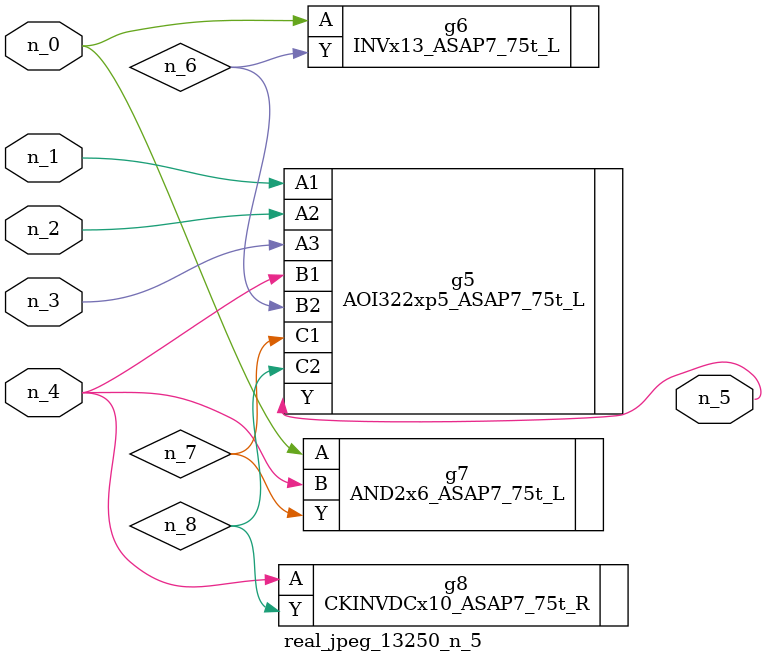
<source format=v>
module real_jpeg_13250_n_5 (n_4, n_0, n_1, n_2, n_3, n_5);

input n_4;
input n_0;
input n_1;
input n_2;
input n_3;

output n_5;

wire n_8;
wire n_6;
wire n_7;

INVx13_ASAP7_75t_L g6 ( 
.A(n_0),
.Y(n_6)
);

AND2x6_ASAP7_75t_L g7 ( 
.A(n_0),
.B(n_4),
.Y(n_7)
);

AOI322xp5_ASAP7_75t_L g5 ( 
.A1(n_1),
.A2(n_2),
.A3(n_3),
.B1(n_4),
.B2(n_6),
.C1(n_7),
.C2(n_8),
.Y(n_5)
);

CKINVDCx10_ASAP7_75t_R g8 ( 
.A(n_4),
.Y(n_8)
);


endmodule
</source>
